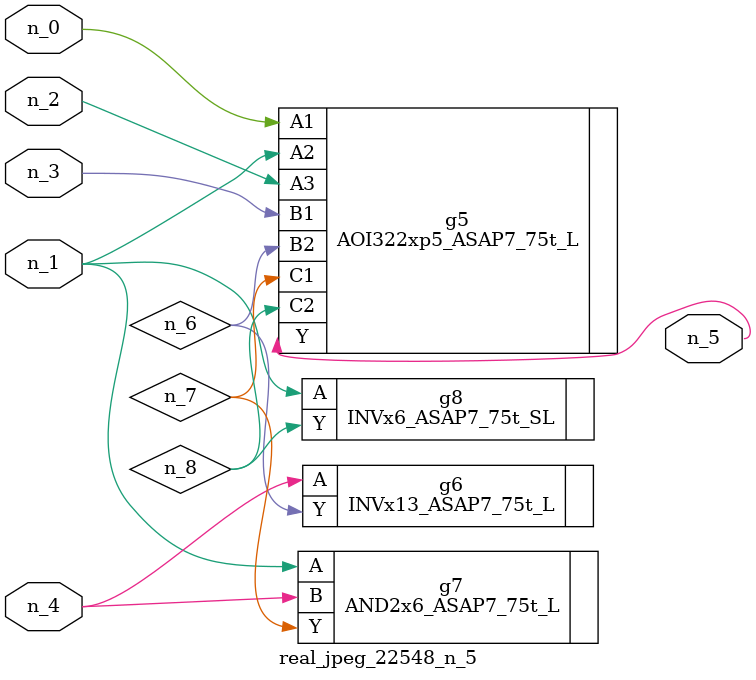
<source format=v>
module real_jpeg_22548_n_5 (n_4, n_0, n_1, n_2, n_3, n_5);

input n_4;
input n_0;
input n_1;
input n_2;
input n_3;

output n_5;

wire n_8;
wire n_6;
wire n_7;

AOI322xp5_ASAP7_75t_L g5 ( 
.A1(n_0),
.A2(n_1),
.A3(n_2),
.B1(n_3),
.B2(n_6),
.C1(n_7),
.C2(n_8),
.Y(n_5)
);

AND2x6_ASAP7_75t_L g7 ( 
.A(n_1),
.B(n_4),
.Y(n_7)
);

INVx6_ASAP7_75t_SL g8 ( 
.A(n_1),
.Y(n_8)
);

INVx13_ASAP7_75t_L g6 ( 
.A(n_4),
.Y(n_6)
);


endmodule
</source>
